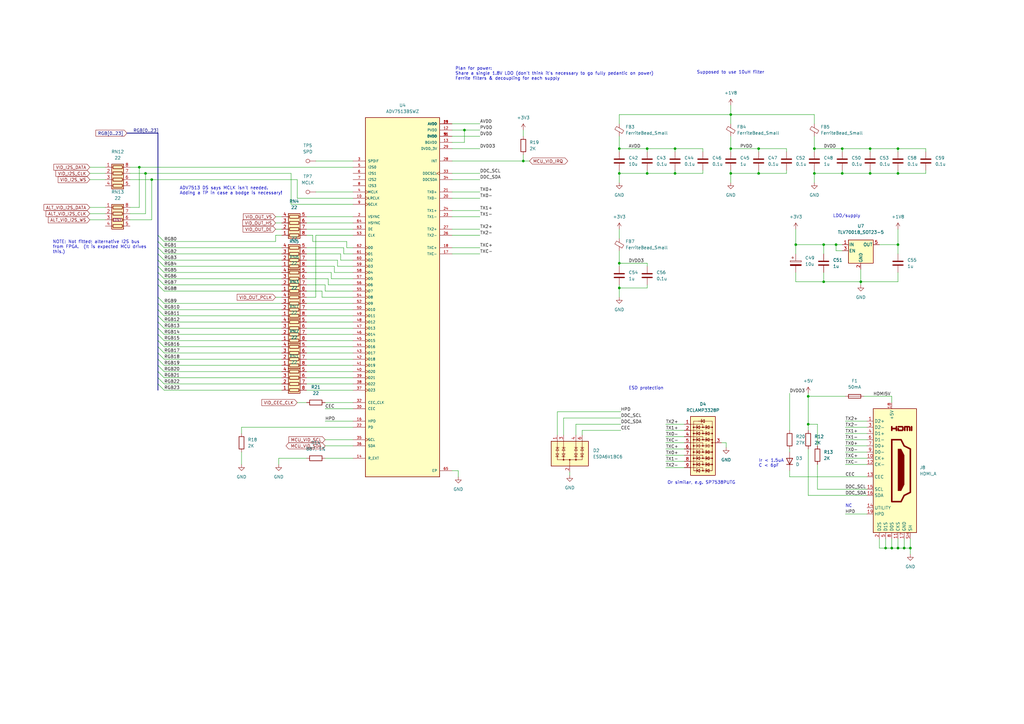
<source format=kicad_sch>
(kicad_sch (version 20211123) (generator eeschema)
  (paper "A3")
  (title_block (title "ArcDVI main board") (date "2022-06-18") (rev "1"))
  (lib_symbols
    (symbol "Connector:HDMI_A"
      (property "Reference" "J" (at -6.35 26.67 0))
      (property "Value" "HDMI_A" (at 10.16 26.67 0))
      (symbol "HDMI_A_1_1"
        (pin passive line (at -10.16 20.32 0) (length 2.54) (name "D2+") (number "1"))
        (pin passive line (at -10.16 5.08 0) (length 2.54) (name "CK+") (number "10"))
        (pin power_in line (at 2.54 -27.94 90) (length 2.54) (name "CKS") (number "11"))
        (pin passive line (at -10.16 2.54 0) (length 2.54) (name "CK-") (number "12"))
        (pin bidirectional line (at -10.16 -2.54 0) (length 2.54) (name "CEC") (number "13"))
        (pin passive line (at -10.16 -15.24 0) (length 2.54) (name "UTILITY") (number "14"))
        (pin passive line (at -10.16 -7.62 0) (length 2.54) (name "SCL") (number "15"))
        (pin bidirectional line (at -10.16 -10.16 0) (length 2.54) (name "SDA") (number "16"))
        (pin power_in line (at 5.08 -27.94 90) (length 2.54) (name "GND") (number "17"))
        (pin power_in line (at 0 27.94 270) (length 2.54) (name "+5V") (number "18"))
        (pin passive line (at -10.16 -17.78 0) (length 2.54) (name "HPD") (number "19"))
        (pin power_in line (at -5.08 -27.94 90) (length 2.54) (name "D2S") (number "2"))
        (pin passive line (at -10.16 17.78 0) (length 2.54) (name "D2-") (number "3"))
        (pin passive line (at -10.16 15.24 0) (length 2.54) (name "D1+") (number "4"))
        (pin power_in line (at -2.54 -27.94 90) (length 2.54) (name "D1S") (number "5"))
        (pin passive line (at -10.16 12.7 0) (length 2.54) (name "D1-") (number "6"))
        (pin passive line (at -10.16 10.16 0) (length 2.54) (name "D0+") (number "7"))
        (pin power_in line (at 0 -27.94 90) (length 2.54) (name "D0S") (number "8"))
        (pin passive line (at -10.16 7.62 0) (length 2.54) (name "D0-") (number "9"))
        (pin passive line (at 7.62 -27.94 90) (length 2.54) (name "SH") (number "SH"))
      )
    )
    (symbol "Connector:TestPoint" (pin_numbers hide) (pin_names (offset 0.762) hide)
      (property "Reference" "TP" (at 0 6.858 0))
      (property "Value" "TestPoint" (at 0 5.08 0))
      (symbol "TestPoint_1_1"
        (pin passive line (at 0 0 90) (length 2.54) (name "1") (number "1"))
      )
    )
    (symbol "Device:C" (pin_numbers hide) (pin_names (offset 0.254))
      (property "Reference" "C" (at 0.635 2.54 0))
      (property "Value" "C" (at 0.635 -2.54 0))
      (symbol "C_1_1"
        (pin passive line (at 0 3.81 270) (length 2.794) (name "~") (number "1"))
        (pin passive line (at 0 -3.81 90) (length 2.794) (name "~") (number "2"))
      )
    )
    (symbol "Device:C_Polarized" (pin_numbers hide) (pin_names (offset 0.254))
      (property "Reference" "C" (at 0.635 2.54 0))
      (property "Value" "C_Polarized" (at 0.635 -2.54 0))
      (symbol "C_Polarized_1_1"
        (pin passive line (at 0 3.81 270) (length 2.794) (name "~") (number "1"))
        (pin passive line (at 0 -3.81 90) (length 2.794) (name "~") (number "2"))
      )
    )
    (symbol "Device:D" (pin_numbers hide) (pin_names (offset 1.016) hide)
      (property "Reference" "D" (at 0 2.54 0))
      (property "Value" "D" (at 0 -2.54 0))
      (symbol "D_1_1"
        (pin passive line (at -3.81 0 0) (length 2.54) (name "K") (number "1"))
        (pin passive line (at 3.81 0 180) (length 2.54) (name "A") (number "2"))
      )
    )
    (symbol "Device:FerriteBead_Small" (pin_numbers hide) (pin_names (offset 0))
      (property "Reference" "FB" (at 1.905 1.27 0))
      (property "Value" "FerriteBead_Small" (at 1.905 -1.27 0))
      (symbol "FerriteBead_Small_1_1"
        (pin passive line (at 0 2.54 270) (length 1.27) (name "~") (number "1"))
        (pin passive line (at 0 -2.54 90) (length 1.27) (name "~") (number "2"))
      )
    )
    (symbol "Device:Fuse" (pin_numbers hide) (pin_names (offset 0))
      (property "Reference" "F" (at 2.032 0 90))
      (property "Value" "Fuse" (at -1.905 0 90))
      (symbol "Fuse_1_1"
        (pin passive line (at 0 3.81 270) (length 1.27) (name "~") (number "1"))
        (pin passive line (at 0 -3.81 90) (length 1.27) (name "~") (number "2"))
      )
    )
    (symbol "Device:R" (pin_numbers hide) (pin_names (offset 0))
      (property "Reference" "R" (at 2.032 0 90))
      (property "Value" "R" (at 0 0 90))
      (symbol "R_1_1"
        (pin passive line (at 0 3.81 270) (length 1.27) (name "~") (number "1"))
        (pin passive line (at 0 -3.81 90) (length 1.27) (name "~") (number "2"))
      )
    )
    (symbol "Device:R_Pack04" (pin_names (offset 0) hide)
      (property "Reference" "RN" (at -7.62 0 90))
      (property "Value" "R_Pack04" (at 5.08 0 90))
      (symbol "R_Pack04_1_1"
        (pin passive line (at -5.08 -5.08 90) (length 2.54) (name "R1.1") (number "1"))
        (pin passive line (at -2.54 -5.08 90) (length 2.54) (name "R2.1") (number "2"))
        (pin passive line (at 0 -5.08 90) (length 2.54) (name "R3.1") (number "3"))
        (pin passive line (at 2.54 -5.08 90) (length 2.54) (name "R4.1") (number "4"))
        (pin passive line (at 2.54 5.08 270) (length 2.54) (name "R4.2") (number "5"))
        (pin passive line (at 0 5.08 270) (length 2.54) (name "R3.2") (number "6"))
        (pin passive line (at -2.54 5.08 270) (length 2.54) (name "R2.2") (number "7"))
        (pin passive line (at -5.08 5.08 270) (length 2.54) (name "R1.2") (number "8"))
      )
    )
    (symbol "Power_Protection:ESDA6V1BC6" (pin_names hide)
      (property "Reference" "D" (at -2.54 -6.35 0))
      (property "Value" "ESDA6V1BC6" (at 1.27 -6.35 0))
      (symbol "ESDA6V1BC6_0_0"
        (pin passive line (at 0 -7.62 90) (length 2.54) (name "COM") (number "2"))
      )
      (symbol "ESDA6V1BC6_1_1"
        (pin passive line (at -5.08 7.62 270) (length 2.54) (name "TVS1") (number "1"))
        (pin passive line (at -2.54 7.62 270) (length 2.54) (name "TVS2") (number "3"))
        (pin passive line (at 2.54 7.62 270) (length 2.54) (name "TVS3") (number "4"))
        (pin passive line (at 0 -7.62 90) (length 2.54) hide (name "COM") (number "5"))
        (pin passive line (at 5.08 7.62 270) (length 2.54) (name "TVS4") (number "6"))
      )
    )
    (symbol "Power_Protection:RCLAMP3328P" (pin_names hide)
      (property "Reference" "D" (at 13.97 2.54 0))
      (property "Value" "RCLAMP3328P" (at 13.97 0.635 0))
      (symbol "RCLAMP3328P_0_0"
        (pin passive line (at 0 -7.62 90) (length 2.54) (name "A") (number "3"))
      )
      (symbol "RCLAMP3328P_1_1"
        (pin passive line (at -7.62 7.62 270) (length 2.54) (name "K1") (number "1"))
        (pin passive line (at -5.08 7.62 270) (length 2.54) (name "K2") (number "2"))
        (pin passive line (at -2.54 7.62 270) (length 2.54) (name "K3") (number "4"))
        (pin passive line (at 0 7.62 270) (length 2.54) (name "K4") (number "5"))
        (pin passive line (at 2.54 7.62 270) (length 2.54) (name "K5") (number "6"))
        (pin passive line (at 5.08 7.62 270) (length 2.54) (name "K6") (number "7"))
        (pin passive line (at 7.62 7.62 270) (length 2.54) (name "K7") (number "8"))
        (pin passive line (at 10.16 7.62 270) (length 2.54) (name "K8") (number "9"))
      )
    )
    (symbol "Regulator_Linear:TLV70018_SOT23-5" (pin_names (offset 0.254))
      (property "Reference" "U" (at -3.81 5.715 0))
      (property "Value" "TLV70018_SOT23-5" (at 0 5.715 0))
      (symbol "TLV70018_SOT23-5_1_1"
        (pin power_in line (at -7.62 2.54 0) (length 2.54) (name "IN") (number "1"))
        (pin power_in line (at 0 -7.62 90) (length 2.54) (name "GND") (number "2"))
        (pin input line (at -7.62 0 0) (length 2.54) (name "EN") (number "3"))
        (pin no_connect line (at 5.08 0 180) (length 2.54) hide (name "NC") (number "4"))
        (pin power_out line (at 7.62 2.54 180) (length 2.54) (name "OUT") (number "5"))
      )
    )
    (symbol "matt:ADV7513BSWZ" (pin_names (offset 1.016))
      (property "Reference" "U" (at -15.24 73.66 0))
      (property "Value" "ADV7513BSWZ" (at -15.24 -76.2 0))
      (symbol "ADV7513BSWZ_0_0"
        (pin power_in line (at 20.32 66.04 180) (length 5.08) (name "DVDD") (number "1"))
        (pin input clock (at -20.32 40.64 0) (length 5.08) (name "LRCLK") (number "10"))
        (pin power_in line (at 20.32 66.04 180) (length 5.08) (name "DVDD") (number "11"))
        (pin power_in line (at 20.32 68.58 180) (length 5.08) (name "PVDD") (number "12"))
        (pin power_in line (at 20.32 63.5 180) (length 5.08) (name "BGVDD") (number "13"))
        (pin bidirectional line (at -20.32 -66.04 0) (length 5.08) (name "R_EXT") (number "14"))
        (pin power_in line (at 20.32 71.12 180) (length 5.08) (name "AVDD") (number "15"))
        (pin input line (at -20.32 -50.8 0) (length 5.08) (name "HPD") (number "16"))
        (pin output line (at 20.32 17.78 180) (length 5.08) (name "TXC−") (number "17"))
        (pin output line (at 20.32 20.32 180) (length 5.08) (name "TXC+") (number "18"))
        (pin power_in line (at 20.32 71.12 180) (length 5.08) (name "AVDD") (number "19"))
        (pin input line (at -20.32 33.02 0) (length 5.08) (name "VSYNC") (number "2"))
        (pin output line (at 20.32 40.64 180) (length 5.08) (name "TX0−") (number "20"))
        (pin output line (at 20.32 43.18 180) (length 5.08) (name "TX0+") (number "21"))
        (pin input line (at -20.32 -53.34 0) (length 5.08) (name "PD") (number "22"))
        (pin output line (at 20.32 33.02 180) (length 5.08) (name "TX1−") (number "23"))
        (pin output line (at 20.32 35.56 180) (length 5.08) (name "TX1+") (number "24"))
        (pin power_in line (at 20.32 71.12 180) (length 5.08) (name "AVDD") (number "25"))
        (pin output line (at 20.32 25.4 180) (length 5.08) (name "TX2−") (number "26"))
        (pin output line (at 20.32 27.94 180) (length 5.08) (name "TX2+") (number "27"))
        (pin output line (at 20.32 55.88 180) (length 5.08) (name "INT") (number "28"))
        (pin power_in line (at 20.32 60.96 180) (length 5.08) (name "DVDD_3V") (number "29"))
        (pin input line (at -20.32 55.88 0) (length 5.08) (name "SPDIF") (number "3"))
        (pin bidirectional line (at -20.32 -45.72 0) (length 5.08) (name "CEC") (number "30"))
        (pin power_in line (at 20.32 66.04 180) (length 5.08) (name "DVDD") (number "31"))
        (pin input line (at -20.32 -43.18 0) (length 5.08) (name "CEC_CLK") (number "32"))
        (pin output clock (at 20.32 50.8 180) (length 5.08) (name "DDCSCL") (number "33"))
        (pin bidirectional line (at 20.32 48.26 180) (length 5.08) (name "DDCSDA") (number "34"))
        (pin input clock (at -20.32 -58.42 0) (length 5.08) (name "SCL") (number "35"))
        (pin bidirectional line (at -20.32 -60.96 0) (length 5.08) (name "SDA") (number "36"))
        (pin input clock (at -20.32 -38.1 0) (length 5.08) (name "D23") (number "37"))
        (pin input clock (at -20.32 -35.56 0) (length 5.08) (name "D22") (number "38"))
        (pin input clock (at -20.32 -33.02 0) (length 5.08) (name "D21") (number "39"))
        (pin input clock (at -20.32 43.18 0) (length 5.08) (name "MCLK") (number "4"))
        (pin input clock (at -20.32 -30.48 0) (length 5.08) (name "D20") (number "40"))
        (pin input clock (at -20.32 -27.94 0) (length 5.08) (name "D19") (number "41"))
        (pin input clock (at -20.32 -25.4 0) (length 5.08) (name "D18") (number "42"))
        (pin input clock (at -20.32 -22.86 0) (length 5.08) (name "D17") (number "43"))
        (pin input clock (at -20.32 -20.32 0) (length 5.08) (name "D16") (number "44"))
        (pin input clock (at -20.32 -17.78 0) (length 5.08) (name "D15") (number "45"))
        (pin input clock (at -20.32 -15.24 0) (length 5.08) (name "D14") (number "46"))
        (pin input clock (at -20.32 -12.7 0) (length 5.08) (name "D13") (number "47"))
        (pin input clock (at -20.32 -10.16 0) (length 5.08) (name "D12") (number "48"))
        (pin input clock (at -20.32 -7.62 0) (length 5.08) (name "D11") (number "49"))
        (pin input line (at -20.32 53.34 0) (length 5.08) (name "I2S0") (number "5"))
        (pin input clock (at -20.32 -5.08 0) (length 5.08) (name "D10") (number "50"))
        (pin power_in line (at 20.32 66.04 180) (length 5.08) (name "DVDD") (number "51"))
        (pin input clock (at -20.32 -2.54 0) (length 5.08) (name "D9") (number "52"))
        (pin input line (at -20.32 25.4 0) (length 5.08) (name "CLK") (number "53"))
        (pin input clock (at -20.32 0 0) (length 5.08) (name "D8") (number "54"))
        (pin input clock (at -20.32 2.54 0) (length 5.08) (name "D7") (number "55"))
        (pin input clock (at -20.32 5.08 0) (length 5.08) (name "D6") (number "56"))
        (pin input clock (at -20.32 7.62 0) (length 5.08) (name "D5") (number "57"))
        (pin input clock (at -20.32 10.16 0) (length 5.08) (name "D4") (number "58"))
        (pin input clock (at -20.32 12.7 0) (length 5.08) (name "D3") (number "59"))
        (pin input line (at -20.32 50.8 0) (length 5.08) (name "I2S1") (number "6"))
        (pin input clock (at -20.32 15.24 0) (length 5.08) (name "D2") (number "60"))
        (pin input clock (at -20.32 17.78 0) (length 5.08) (name "D1") (number "61"))
        (pin input clock (at -20.32 20.32 0) (length 5.08) (name "D0") (number "62"))
        (pin input line (at -20.32 27.94 0) (length 5.08) (name "DE") (number "63"))
        (pin input line (at -20.32 30.48 0) (length 5.08) (name "HSYNC") (number "64"))
        (pin power_in line (at 20.32 -71.12 180) (length 5.08) (name "EP") (number "65"))
        (pin input line (at -20.32 48.26 0) (length 5.08) (name "I2S2") (number "7"))
        (pin input line (at -20.32 45.72 0) (length 5.08) (name "I2S3") (number "8"))
        (pin input clock (at -20.32 38.1 0) (length 5.08) (name "SCLK") (number "9"))
      )
    )
    (symbol "power:+1V8" (power) (pin_names (offset 0))
      (property "Value" "+1V8" (at 0 3.556 0))
      (symbol "+1V8_1_1"
        (pin power_in line (at 0 0 90) (length 0) hide (name "+1V8") (number "1"))
      )
    )
    (symbol "power:+3.3V" (power) (pin_names (offset 0))
      (property "Value" "+3.3V" (at 0 3.556 0))
      (symbol "+3.3V_1_1"
        (pin power_in line (at 0 0 90) (length 0) hide (name "+3V3") (number "1"))
      )
    )
    (symbol "power:+5V" (power) (pin_names (offset 0))
      (property "Value" "+5V" (at 0 3.556 0))
      (symbol "+5V_1_1"
        (pin power_in line (at 0 0 90) (length 0) hide (name "+5V") (number "1"))
      )
    )
    (symbol "power:GND" (power) (pin_names (offset 0))
      (property "Value" "GND" (at 0 -3.81 0))
      (symbol "GND_1_1"
        (pin power_in line (at 0 0 270) (length 0) hide (name "GND") (number "1"))
      )
    )
  )
  (junction (at 326.39 100.33))
  (junction (at 265.43 71.12))
  (junction (at 368.3 224.79))
  (junction (at 334.01 71.12))
  (junction (at 342.9 100.33))
  (junction (at 62.23 73.66))
  (junction (at 356.87 71.12))
  (junction (at 365.76 224.79))
  (junction (at 214.63 66.04))
  (junction (at 363.22 224.79))
  (junction (at 356.87 60.96))
  (junction (at 311.15 71.12))
  (junction (at 311.15 60.96))
  (junction (at 370.84 224.79))
  (junction (at 337.82 115.57))
  (junction (at 265.43 60.96))
  (junction (at 299.72 60.96))
  (junction (at 337.82 100.33))
  (junction (at 254 71.12))
  (junction (at 353.06 115.57))
  (junction (at 276.86 60.96))
  (junction (at 345.44 71.12))
  (junction (at 334.01 60.96))
  (junction (at 254 118.11))
  (junction (at 254 107.95))
  (junction (at 57.15 68.58))
  (junction (at 331.47 162.56))
  (junction (at 299.72 71.12))
  (junction (at 59.69 71.12))
  (junction (at 368.3 71.12))
  (junction (at 190.5 53.34))
  (junction (at 368.3 60.96))
  (junction (at 254 60.96))
  (junction (at 276.86 71.12))
  (junction (at 331.47 173.99))
  (junction (at 345.44 60.96))
  (junction (at 299.72 46.99))
  (junction (at 368.3 100.33))
  (junction (at 373.38 224.79))
  (bus_entry (at 64.77 127) (size 2.54 2.54))
  (bus_entry (at 64.77 101.6) (size 2.54 2.54))
  (bus_entry (at 64.77 111.76) (size 2.54 2.54))
  (bus_entry (at 64.77 114.3) (size 2.54 2.54))
  (bus_entry (at 64.77 109.22) (size 2.54 2.54))
  (bus_entry (at 64.77 99.06) (size 2.54 2.54))
  (bus_entry (at 64.77 149.86) (size 2.54 2.54))
  (bus_entry (at 64.77 132.08) (size 2.54 2.54))
  (bus_entry (at 64.77 129.54) (size 2.54 2.54))
  (bus_entry (at 64.77 124.46) (size 2.54 2.54))
  (bus_entry (at 64.77 152.4) (size 2.54 2.54))
  (bus_entry (at 64.77 116.84) (size 2.54 2.54))
  (bus_entry (at 64.77 154.94) (size 2.54 2.54))
  (bus_entry (at 64.77 104.14) (size 2.54 2.54))
  (bus_entry (at 64.77 157.48) (size 2.54 2.54))
  (bus_entry (at 64.77 106.68) (size 2.54 2.54))
  (bus_entry (at 64.77 147.32) (size 2.54 2.54))
  (bus_entry (at 64.77 134.62) (size 2.54 2.54))
  (bus_entry (at 64.77 142.24) (size 2.54 2.54))
  (bus_entry (at 64.77 137.16) (size 2.54 2.54))
  (bus_entry (at 64.77 96.52) (size 2.54 2.54))
  (bus_entry (at 64.77 144.78) (size 2.54 2.54))
  (bus_entry (at 64.77 139.7) (size 2.54 2.54))
  (bus_entry (at 64.77 121.92) (size 2.54 2.54))
  (wire (pts (xy 365.76 162.56) (xy 365.76 165.1)))
  (wire (pts (xy 125.73 157.48) (xy 144.78 157.48)))
  (wire (pts (xy 331.47 173.99) (xy 331.47 176.53)))
  (wire (pts (xy 144.78 187.96) (xy 133.35 187.96)))
  (wire (pts (xy 137.16 109.22) (xy 137.16 111.76)))
  (wire (pts (xy 67.31 116.84) (xy 115.57 116.84)))
  (wire (pts (xy 125.73 154.94) (xy 144.78 154.94)))
  (wire (pts (xy 133.35 119.38) (xy 144.78 119.38)))
  (bus (pts (xy 64.77 144.78) (xy 64.77 147.32)))
  (bus (pts (xy 64.77 109.22) (xy 64.77 111.76)))
  (wire (pts (xy 311.15 71.12) (xy 299.72 71.12)))
  (wire (pts (xy 113.03 121.92) (xy 115.57 121.92)))
  (wire (pts (xy 346.71 180.34) (xy 355.6 180.34)))
  (wire (pts (xy 368.3 220.98) (xy 368.3 224.79)))
  (wire (pts (xy 273.05 189.23) (xy 280.67 189.23)))
  (wire (pts (xy 113.03 96.52) (xy 113.03 99.06)))
  (wire (pts (xy 337.82 115.57) (xy 353.06 115.57)))
  (wire (pts (xy 353.06 115.57) (xy 353.06 116.84)))
  (wire (pts (xy 67.31 127) (xy 115.57 127)))
  (wire (pts (xy 121.92 165.1) (xy 125.73 165.1)))
  (wire (pts (xy 125.73 132.08) (xy 144.78 132.08)))
  (wire (pts (xy 342.9 100.33) (xy 345.44 100.33)))
  (wire (pts (xy 331.47 161.29) (xy 331.47 162.56)))
  (wire (pts (xy 311.15 69.85) (xy 311.15 71.12)))
  (wire (pts (xy 265.43 60.96) (xy 265.43 62.23)))
  (wire (pts (xy 363.22 220.98) (xy 363.22 224.79)))
  (wire (pts (xy 67.31 124.46) (xy 115.57 124.46)))
  (wire (pts (xy 360.68 224.79) (xy 363.22 224.79)))
  (wire (pts (xy 311.15 60.96) (xy 311.15 62.23)))
  (wire (pts (xy 113.03 93.98) (xy 115.57 93.98)))
  (wire (pts (xy 67.31 160.02) (xy 115.57 160.02)))
  (wire (pts (xy 335.28 173.99) (xy 335.28 182.88)))
  (bus (pts (xy 64.77 99.06) (xy 64.77 101.6)))
  (wire (pts (xy 67.31 137.16) (xy 115.57 137.16)))
  (bus (pts (xy 52.07 54.61) (xy 64.77 54.61)))
  (wire (pts (xy 144.78 180.34) (xy 133.35 180.34)))
  (wire (pts (xy 299.72 60.96) (xy 299.72 62.23)))
  (wire (pts (xy 335.28 190.5) (xy 335.28 200.66)))
  (wire (pts (xy 356.87 69.85) (xy 356.87 71.12)))
  (wire (pts (xy 331.47 203.2) (xy 355.6 203.2)))
  (wire (pts (xy 299.72 46.99) (xy 299.72 43.18)))
  (wire (pts (xy 322.58 71.12) (xy 311.15 71.12)))
  (wire (pts (xy 185.42 101.6) (xy 196.85 101.6)))
  (wire (pts (xy 125.73 116.84) (xy 133.35 116.84)))
  (wire (pts (xy 67.31 152.4) (xy 115.57 152.4)))
  (wire (pts (xy 125.73 88.9) (xy 144.78 88.9)))
  (wire (pts (xy 295.91 181.61) (xy 297.815 181.61)))
  (wire (pts (xy 299.72 71.12) (xy 299.72 74.93)))
  (wire (pts (xy 373.38 220.98) (xy 373.38 224.79)))
  (wire (pts (xy 334.01 50.8) (xy 334.01 46.99)))
  (wire (pts (xy 99.06 190.5) (xy 99.06 185.42)))
  (wire (pts (xy 334.01 46.99) (xy 299.72 46.99)))
  (wire (pts (xy 36.83 85.09) (xy 43.18 85.09)))
  (wire (pts (xy 297.815 181.61) (xy 297.815 183.515)))
  (wire (pts (xy 346.71 182.88) (xy 355.6 182.88)))
  (wire (pts (xy 134.62 114.3) (xy 134.62 116.84)))
  (wire (pts (xy 133.35 167.64) (xy 144.78 167.64)))
  (bus (pts (xy 64.77 147.32) (xy 64.77 149.86)))
  (wire (pts (xy 233.68 194.945) (xy 233.68 193.675)))
  (wire (pts (xy 368.3 224.79) (xy 370.84 224.79)))
  (wire (pts (xy 345.44 71.12) (xy 356.87 71.12)))
  (wire (pts (xy 125.73 96.52) (xy 128.27 96.52)))
  (wire (pts (xy 299.72 55.88) (xy 299.72 60.96)))
  (wire (pts (xy 326.39 100.33) (xy 326.39 93.98)))
  (wire (pts (xy 133.35 172.72) (xy 144.78 172.72)))
  (wire (pts (xy 265.43 107.95) (xy 265.43 109.22)))
  (wire (pts (xy 363.22 224.79) (xy 365.76 224.79)))
  (wire (pts (xy 67.31 139.7) (xy 115.57 139.7)))
  (bus (pts (xy 64.77 129.54) (xy 64.77 132.08)))
  (wire (pts (xy 288.29 69.85) (xy 288.29 71.12)))
  (wire (pts (xy 228.6 168.91) (xy 254.635 168.91)))
  (wire (pts (xy 53.34 68.58) (xy 57.15 68.58)))
  (wire (pts (xy 360.68 100.33) (xy 368.3 100.33)))
  (wire (pts (xy 125.73 144.78) (xy 144.78 144.78)))
  (wire (pts (xy 53.34 85.09) (xy 57.15 85.09)))
  (wire (pts (xy 254 50.8) (xy 254 46.99)))
  (wire (pts (xy 265.43 69.85) (xy 265.43 71.12)))
  (wire (pts (xy 185.42 81.28) (xy 196.85 81.28)))
  (wire (pts (xy 125.73 119.38) (xy 132.08 119.38)))
  (wire (pts (xy 36.83 73.66) (xy 43.18 73.66)))
  (wire (pts (xy 67.31 104.14) (xy 115.57 104.14)))
  (wire (pts (xy 288.29 62.23) (xy 288.29 60.96)))
  (wire (pts (xy 331.47 162.56) (xy 346.71 162.56)))
  (wire (pts (xy 121.92 81.28) (xy 121.92 73.66)))
  (wire (pts (xy 345.44 60.96) (xy 345.44 62.23)))
  (wire (pts (xy 322.58 69.85) (xy 322.58 71.12)))
  (wire (pts (xy 346.71 177.8) (xy 355.6 177.8)))
  (wire (pts (xy 334.01 55.88) (xy 334.01 60.96)))
  (wire (pts (xy 36.83 68.58) (xy 43.18 68.58)))
  (wire (pts (xy 125.73 137.16) (xy 144.78 137.16)))
  (wire (pts (xy 113.03 88.9) (xy 115.57 88.9)))
  (wire (pts (xy 346.71 210.82) (xy 355.6 210.82)))
  (wire (pts (xy 370.84 224.79) (xy 373.38 224.79)))
  (bus (pts (xy 64.77 96.52) (xy 64.77 99.06)))
  (wire (pts (xy 137.16 111.76) (xy 144.78 111.76)))
  (wire (pts (xy 67.31 119.38) (xy 115.57 119.38)))
  (wire (pts (xy 133.35 165.1) (xy 144.78 165.1)))
  (wire (pts (xy 265.43 60.96) (xy 254 60.96)))
  (bus (pts (xy 64.77 142.24) (xy 64.77 144.78)))
  (wire (pts (xy 125.73 152.4) (xy 144.78 152.4)))
  (wire (pts (xy 254 69.85) (xy 254 71.12)))
  (wire (pts (xy 345.44 71.12) (xy 334.01 71.12)))
  (wire (pts (xy 368.3 71.12) (xy 379.73 71.12)))
  (wire (pts (xy 379.73 62.23) (xy 379.73 60.96)))
  (wire (pts (xy 144.78 96.52) (xy 129.54 96.52)))
  (wire (pts (xy 254 118.11) (xy 254 121.92)))
  (wire (pts (xy 140.97 104.14) (xy 144.78 104.14)))
  (bus (pts (xy 64.77 157.48) (xy 64.77 160.02)))
  (wire (pts (xy 138.43 106.68) (xy 138.43 109.22)))
  (wire (pts (xy 125.73 114.3) (xy 134.62 114.3)))
  (wire (pts (xy 265.43 107.95) (xy 254 107.95)))
  (wire (pts (xy 140.97 101.6) (xy 140.97 104.14)))
  (wire (pts (xy 67.31 144.78) (xy 115.57 144.78)))
  (wire (pts (xy 379.73 69.85) (xy 379.73 71.12)))
  (wire (pts (xy 185.42 104.14) (xy 196.85 104.14)))
  (bus (pts (xy 64.77 114.3) (xy 64.77 116.84)))
  (wire (pts (xy 345.44 69.85) (xy 345.44 71.12)))
  (wire (pts (xy 185.42 73.66) (xy 196.85 73.66)))
  (wire (pts (xy 254 60.96) (xy 254 62.23)))
  (wire (pts (xy 125.73 134.62) (xy 144.78 134.62)))
  (wire (pts (xy 142.24 99.06) (xy 142.24 101.6)))
  (wire (pts (xy 99.06 175.26) (xy 99.06 177.8)))
  (wire (pts (xy 125.73 142.24) (xy 144.78 142.24)))
  (wire (pts (xy 273.05 176.53) (xy 280.67 176.53)))
  (wire (pts (xy 185.42 193.04) (xy 187.96 193.04)))
  (wire (pts (xy 128.27 99.06) (xy 142.24 99.06)))
  (wire (pts (xy 228.6 168.91) (xy 228.6 178.435)))
  (wire (pts (xy 346.71 172.72) (xy 355.6 172.72)))
  (bus (pts (xy 64.77 127) (xy 64.77 129.54)))
  (wire (pts (xy 125.73 104.14) (xy 139.7 104.14)))
  (wire (pts (xy 185.42 93.98) (xy 196.85 93.98)))
  (wire (pts (xy 273.05 173.99) (xy 280.67 173.99)))
  (wire (pts (xy 67.31 149.86) (xy 115.57 149.86)))
  (wire (pts (xy 62.23 73.66) (xy 62.23 90.17)))
  (wire (pts (xy 346.71 175.26) (xy 355.6 175.26)))
  (wire (pts (xy 36.83 71.12) (xy 43.18 71.12)))
  (wire (pts (xy 36.83 90.17) (xy 43.18 90.17)))
  (wire (pts (xy 59.69 71.12) (xy 59.69 87.63)))
  (wire (pts (xy 125.73 106.68) (xy 138.43 106.68)))
  (wire (pts (xy 67.31 129.54) (xy 115.57 129.54)))
  (wire (pts (xy 185.42 53.34) (xy 190.5 53.34)))
  (wire (pts (xy 254 116.84) (xy 254 118.11)))
  (wire (pts (xy 67.31 101.6) (xy 115.57 101.6)))
  (wire (pts (xy 280.67 186.69) (xy 273.05 186.69)))
  (wire (pts (xy 265.43 118.11) (xy 254 118.11)))
  (wire (pts (xy 135.89 114.3) (xy 144.78 114.3)))
  (wire (pts (xy 335.28 200.66) (xy 355.6 200.66)))
  (wire (pts (xy 185.42 96.52) (xy 196.85 96.52)))
  (wire (pts (xy 346.71 187.96) (xy 355.6 187.96)))
  (bus (pts (xy 64.77 101.6) (xy 64.77 104.14)))
  (wire (pts (xy 368.3 100.33) (xy 368.3 104.14)))
  (wire (pts (xy 276.86 69.85) (xy 276.86 71.12)))
  (wire (pts (xy 326.39 100.33) (xy 326.39 104.14)))
  (wire (pts (xy 67.31 134.62) (xy 115.57 134.62)))
  (wire (pts (xy 345.44 102.87) (xy 342.9 102.87)))
  (wire (pts (xy 273.05 179.07) (xy 280.67 179.07)))
  (wire (pts (xy 345.44 60.96) (xy 334.01 60.96)))
  (bus (pts (xy 64.77 137.16) (xy 64.77 139.7)))
  (bus (pts (xy 64.77 149.86) (xy 64.77 152.4)))
  (wire (pts (xy 185.42 50.8) (xy 196.85 50.8)))
  (bus (pts (xy 64.77 132.08) (xy 64.77 134.62)))
  (wire (pts (xy 53.34 73.66) (xy 62.23 73.66)))
  (wire (pts (xy 125.73 109.22) (xy 137.16 109.22)))
  (wire (pts (xy 353.06 110.49) (xy 353.06 115.57)))
  (bus (pts (xy 64.77 116.84) (xy 64.77 121.92)))
  (wire (pts (xy 144.78 182.88) (xy 133.35 182.88)))
  (wire (pts (xy 368.3 60.96) (xy 356.87 60.96)))
  (wire (pts (xy 144.78 81.28) (xy 121.92 81.28)))
  (wire (pts (xy 238.76 176.53) (xy 238.76 178.435)))
  (wire (pts (xy 254 46.99) (xy 299.72 46.99)))
  (wire (pts (xy 62.23 73.66) (xy 121.92 73.66)))
  (wire (pts (xy 331.47 173.99) (xy 335.28 173.99)))
  (bus (pts (xy 64.77 154.94) (xy 64.77 157.48)))
  (wire (pts (xy 265.43 71.12) (xy 276.86 71.12)))
  (wire (pts (xy 331.47 162.56) (xy 331.47 173.99)))
  (wire (pts (xy 67.31 111.76) (xy 115.57 111.76)))
  (wire (pts (xy 134.62 116.84) (xy 144.78 116.84)))
  (wire (pts (xy 125.73 101.6) (xy 140.97 101.6)))
  (wire (pts (xy 129.54 96.52) (xy 129.54 121.92)))
  (bus (pts (xy 64.77 134.62) (xy 64.77 137.16)))
  (wire (pts (xy 67.31 99.06) (xy 113.03 99.06)))
  (wire (pts (xy 185.42 88.9) (xy 196.85 88.9)))
  (wire (pts (xy 57.15 68.58) (xy 57.15 85.09)))
  (wire (pts (xy 360.68 220.98) (xy 360.68 224.79)))
  (wire (pts (xy 368.3 100.33) (xy 368.3 93.98)))
  (wire (pts (xy 238.76 176.53) (xy 254.635 176.53)))
  (wire (pts (xy 67.31 114.3) (xy 115.57 114.3)))
  (wire (pts (xy 365.76 224.79) (xy 368.3 224.79)))
  (wire (pts (xy 276.86 60.96) (xy 276.86 62.23)))
  (wire (pts (xy 334.01 71.12) (xy 334.01 74.93)))
  (wire (pts (xy 276.86 71.12) (xy 288.29 71.12)))
  (wire (pts (xy 187.96 193.04) (xy 187.96 195.58)))
  (bus (pts (xy 64.77 104.14) (xy 64.77 106.68)))
  (wire (pts (xy 254 71.12) (xy 254 74.93)))
  (wire (pts (xy 326.39 111.76) (xy 326.39 115.57)))
  (wire (pts (xy 135.89 111.76) (xy 135.89 114.3)))
  (wire (pts (xy 67.31 109.22) (xy 115.57 109.22)))
  (wire (pts (xy 53.34 71.12) (xy 59.69 71.12)))
  (wire (pts (xy 356.87 60.96) (xy 356.87 62.23)))
  (bus (pts (xy 64.77 121.92) (xy 64.77 124.46)))
  (wire (pts (xy 273.05 184.15) (xy 280.67 184.15)))
  (wire (pts (xy 254 107.95) (xy 254 109.22)))
  (wire (pts (xy 62.23 90.17) (xy 53.34 90.17)))
  (wire (pts (xy 125.73 91.44) (xy 144.78 91.44)))
  (wire (pts (xy 125.73 111.76) (xy 135.89 111.76)))
  (wire (pts (xy 265.43 116.84) (xy 265.43 118.11)))
  (wire (pts (xy 354.33 162.56) (xy 365.76 162.56)))
  (wire (pts (xy 231.14 171.45) (xy 231.14 178.435)))
  (wire (pts (xy 185.42 71.12) (xy 196.85 71.12)))
  (wire (pts (xy 342.9 102.87) (xy 342.9 100.33)))
  (wire (pts (xy 144.78 175.26) (xy 99.06 175.26)))
  (wire (pts (xy 331.47 184.15) (xy 331.47 203.2)))
  (wire (pts (xy 113.03 91.44) (xy 115.57 91.44)))
  (bus (pts (xy 64.77 111.76) (xy 64.77 114.3)))
  (wire (pts (xy 346.71 190.5) (xy 355.6 190.5)))
  (wire (pts (xy 214.63 55.88) (xy 214.63 53.34)))
  (wire (pts (xy 125.73 149.86) (xy 144.78 149.86)))
  (wire (pts (xy 125.73 160.02) (xy 144.78 160.02)))
  (wire (pts (xy 323.85 184.15) (xy 323.85 185.42)))
  (wire (pts (xy 299.72 69.85) (xy 299.72 71.12)))
  (wire (pts (xy 214.63 63.5) (xy 214.63 66.04)))
  (wire (pts (xy 133.35 116.84) (xy 133.35 119.38)))
  (wire (pts (xy 265.43 71.12) (xy 254 71.12)))
  (wire (pts (xy 254.635 171.45) (xy 231.14 171.45)))
  (wire (pts (xy 115.57 96.52) (xy 113.03 96.52)))
  (wire (pts (xy 337.82 111.76) (xy 337.82 115.57)))
  (wire (pts (xy 125.73 187.96) (xy 114.3 187.96)))
  (wire (pts (xy 356.87 60.96) (xy 345.44 60.96)))
  (wire (pts (xy 125.73 124.46) (xy 144.78 124.46)))
  (wire (pts (xy 346.71 185.42) (xy 355.6 185.42)))
  (wire (pts (xy 53.34 87.63) (xy 59.69 87.63)))
  (wire (pts (xy 67.31 142.24) (xy 115.57 142.24)))
  (wire (pts (xy 142.24 101.6) (xy 144.78 101.6)))
  (wire (pts (xy 57.15 68.58) (xy 144.78 68.58)))
  (wire (pts (xy 353.06 115.57) (xy 368.3 115.57)))
  (wire (pts (xy 36.83 87.63) (xy 43.18 87.63)))
  (wire (pts (xy 185.42 78.74) (xy 196.85 78.74)))
  (wire (pts (xy 323.85 161.29) (xy 323.85 176.53)))
  (wire (pts (xy 190.5 58.42) (xy 190.5 53.34)))
  (wire (pts (xy 334.01 69.85) (xy 334.01 71.12)))
  (wire (pts (xy 265.43 60.96) (xy 276.86 60.96)))
  (wire (pts (xy 337.82 100.33) (xy 326.39 100.33)))
  (wire (pts (xy 132.08 121.92) (xy 144.78 121.92)))
  (wire (pts (xy 185.42 55.88) (xy 196.85 55.88)))
  (wire (pts (xy 129.54 78.74) (xy 144.78 78.74)))
  (wire (pts (xy 368.3 111.76) (xy 368.3 115.57)))
  (bus (pts (xy 64.77 106.68) (xy 64.77 109.22)))
  (wire (pts (xy 67.31 106.68) (xy 115.57 106.68)))
  (wire (pts (xy 273.05 191.77) (xy 280.67 191.77)))
  (wire (pts (xy 139.7 104.14) (xy 139.7 106.68)))
  (wire (pts (xy 373.38 224.79) (xy 373.38 227.33)))
  (wire (pts (xy 125.73 127) (xy 144.78 127)))
  (wire (pts (xy 370.84 220.98) (xy 370.84 224.79)))
  (wire (pts (xy 254 97.79) (xy 254 93.98)))
  (wire (pts (xy 67.31 132.08) (xy 115.57 132.08)))
  (wire (pts (xy 276.86 60.96) (xy 288.29 60.96)))
  (wire (pts (xy 185.42 60.96) (xy 196.85 60.96)))
  (wire (pts (xy 132.08 119.38) (xy 132.08 121.92)))
  (wire (pts (xy 368.3 69.85) (xy 368.3 71.12)))
  (wire (pts (xy 125.73 139.7) (xy 144.78 139.7)))
  (wire (pts (xy 125.73 129.54) (xy 144.78 129.54)))
  (wire (pts (xy 273.05 181.61) (xy 280.67 181.61)))
  (wire (pts (xy 185.42 66.04) (xy 214.63 66.04)))
  (wire (pts (xy 299.72 46.99) (xy 299.72 50.8)))
  (wire (pts (xy 323.85 195.58) (xy 355.6 195.58)))
  (wire (pts (xy 59.69 71.12) (xy 119.38 71.12)))
  (wire (pts (xy 129.54 121.92) (xy 125.73 121.92)))
  (wire (pts (xy 128.27 96.52) (xy 128.27 99.06)))
  (wire (pts (xy 337.82 100.33) (xy 337.82 104.14)))
  (wire (pts (xy 254 55.88) (xy 254 60.96)))
  (wire (pts (xy 311.15 60.96) (xy 299.72 60.96)))
  (bus (pts (xy 64.77 124.46) (xy 64.77 127)))
  (wire (pts (xy 138.43 109.22) (xy 144.78 109.22)))
  (wire (pts (xy 254 102.87) (xy 254 107.95)))
  (wire (pts (xy 144.78 83.82) (xy 119.38 83.82)))
  (wire (pts (xy 125.73 147.32) (xy 144.78 147.32)))
  (wire (pts (xy 236.22 173.99) (xy 236.22 178.435)))
  (wire (pts (xy 323.85 193.04) (xy 323.85 195.58)))
  (wire (pts (xy 129.54 66.04) (xy 144.78 66.04)))
  (wire (pts (xy 185.42 86.36) (xy 196.85 86.36)))
  (bus (pts (xy 64.77 54.61) (xy 64.77 96.52)))
  (wire (pts (xy 356.87 71.12) (xy 368.3 71.12)))
  (wire (pts (xy 322.58 62.23) (xy 322.58 60.96)))
  (wire (pts (xy 190.5 53.34) (xy 196.85 53.34)))
  (wire (pts (xy 67.31 154.94) (xy 115.57 154.94)))
  (wire (pts (xy 185.42 58.42) (xy 190.5 58.42)))
  (wire (pts (xy 119.38 83.82) (xy 119.38 71.12)))
  (wire (pts (xy 139.7 106.68) (xy 144.78 106.68)))
  (wire (pts (xy 214.63 66.04) (xy 217.17 66.04)))
  (wire (pts (xy 379.73 60.96) (xy 368.3 60.96)))
  (wire (pts (xy 334.01 60.96) (xy 334.01 62.23)))
  (wire (pts (xy 125.73 93.98) (xy 144.78 93.98)))
  (wire (pts (xy 368.3 60.96) (xy 368.3 62.23)))
  (wire (pts (xy 236.22 173.99) (xy 254.635 173.99)))
  (wire (pts (xy 322.58 60.96) (xy 311.15 60.96)))
  (bus (pts (xy 64.77 139.7) (xy 64.77 142.24)))
  (wire (pts (xy 67.31 147.32) (xy 115.57 147.32)))
  (wire (pts (xy 326.39 115.57) (xy 337.82 115.57)))
  (wire (pts (xy 365.76 220.98) (xy 365.76 224.79)))
  (wire (pts (xy 114.3 187.96) (xy 114.3 190.5)))
  (wire (pts (xy 337.82 100.33) (xy 342.9 100.33)))
  (wire (pts (xy 67.31 157.48) (xy 115.57 157.48)))
  (bus (pts (xy 64.77 152.4) (xy 64.77 154.94)))
  (text "ADV7513 DS says MCLK isn't needed.\nAdding a TP in case a bodge is necessary!\n" (at 73.66 80.01 0) (effects (font (size 1.27 1.27)) (justify left bottom)))
  (text "Ir < 1.5uA\nC < 6pF\n" (at 311.15 191.77 0) (effects (font (size 1.27 1.27)) (justify left bottom)))
  (text "ESD protection" (at 257.81 160.02 0) (effects (font (size 1.27 1.27)) (justify left bottom)))
  (text "NC" (at 346.71 208.28 0) (effects (font (size 1.27 1.27)) (justify left bottom)))
  (text "Supposed to use 10uH filter\n" (at 285.75 30.48 0) (effects (font (size 1.27 1.27)) (justify left bottom)))
  (text "Plan for power:\nShare a single 1.8V LDO (don't think it's necessary to go fully pedantic on power)\nFerrite filters & decoupling for each supply" (at 186.69 33.02 0) (effects (font (size 1.27 1.27)) (justify left bottom)))
  (text "Or similar, e.g. SP7538PUTG" (at 273.685 198.755 0) (effects (font (size 1.27 1.27)) (justify left bottom)))
  (text "LDO/supply\n\n" (at 341.63 91.44 0) (effects (font (size 1.27 1.27)) (justify left bottom)))
  (text "NOTE: Not fitted; alternative I2S bus\nfrom FPGA.  (It is expected MCU drives\nthis.)\n" (at 21.59 104.14 0) (effects (font (size 1.27 1.27)) (justify left bottom)))
  (label "TX1+" (at 196.85 86.36 0))
  (label "TX2-" (at 196.85 96.52 0))
  (label "DDC_SCL" (at 346.71 200.66 0))
  (label "RGB22" (at 67.31 157.48 0))
  (label "HPD" (at 133.35 172.72 0))
  (label "TX2+" (at 346.71 172.72 0))
  (label "DDC_SDA" (at 196.85 73.66 0))
  (label "DDC_SCL" (at 196.85 71.12 0))
  (label "TX0+" (at 196.85 78.74 0))
  (label "HPD" (at 346.71 210.82 0))
  (label "RGB2" (at 67.31 104.14 0))
  (label "TX2-" (at 273.05 191.77 0))
  (label "RGB20" (at 67.31 152.4 0))
  (label "RGB7" (at 67.31 116.84 0))
  (label "TX1+" (at 346.71 177.8 0))
  (label "TX1-" (at 196.85 88.9 0))
  (label "TX1-" (at 346.71 180.34 0))
  (label "RGB6" (at 67.31 114.3 0))
  (label "RGB8" (at 67.31 119.38 0))
  (label "RGB0" (at 67.31 99.06 0))
  (label "AVDD" (at 196.85 50.8 0))
  (label "DDC_SCL" (at 254.635 171.45 0))
  (label "RGB5" (at 67.31 111.76 0))
  (label "TXC+" (at 196.85 101.6 0))
  (label "CEC" (at 133.35 167.64 0))
  (label "TX0+" (at 346.71 182.88 0))
  (label "TXC-" (at 346.71 190.5 0))
  (label "RGB12" (at 67.31 132.08 0))
  (label "RGB15" (at 67.31 139.7 0))
  (label "HPD" (at 254.635 168.91 0))
  (label "RGB9" (at 67.31 124.46 0))
  (label "DVDD3" (at 257.81 107.95 0))
  (label "RGB1" (at 67.31 101.6 0))
  (label "HDMI5V" (at 358.14 162.56 0))
  (label "TX0-" (at 273.05 179.07 0))
  (label "TX1-" (at 273.05 189.23 0))
  (label "RGB17" (at 67.31 144.78 0))
  (label "TX2+" (at 196.85 93.98 0))
  (label "RGB3" (at 67.31 106.68 0))
  (label "RGB23" (at 67.31 160.02 0))
  (label "DVDD" (at 337.82 60.96 0))
  (label "RGB18" (at 67.31 147.32 0))
  (label "RGB[0..23]" (at 54.61 54.61 0))
  (label "TX0+" (at 273.05 186.69 0))
  (label "TXC+" (at 346.71 187.96 0))
  (label "TX1+" (at 273.05 176.53 0))
  (label "DDC_SDA" (at 254.635 173.99 0))
  (label "RGB13" (at 67.31 134.62 0))
  (label "TX2+" (at 273.05 173.99 0))
  (label "DVDD" (at 196.85 55.88 0))
  (label "CEC" (at 346.71 195.58 0))
  (label "TXC-" (at 273.05 181.61 0))
  (label "RGB16" (at 67.31 142.24 0))
  (label "CEC" (at 254.635 176.53 0))
  (label "RGB19" (at 67.31 149.86 0))
  (label "TX0-" (at 346.71 185.42 0))
  (label "PVDD" (at 303.53 60.96 0))
  (label "RGB10" (at 67.31 127 0))
  (label "TXC+" (at 273.05 184.15 0))
  (label "PVDD" (at 196.85 53.34 0))
  (label "RGB11" (at 67.31 129.54 0))
  (label "TXC-" (at 196.85 104.14 0))
  (label "TX2-" (at 346.71 175.26 0))
  (label "RGB21" (at 67.31 154.94 0))
  (label "AVDD" (at 257.81 60.96 0))
  (label "DVDD3" (at 323.85 161.29 0))
  (label "DVDD3" (at 196.85 60.96 0))
  (label "TX0-" (at 196.85 81.28 0))
  (label "DDC_SDA" (at 346.71 203.2 0))
  (label "RGB4" (at 67.31 109.22 0))
  (label "RGB14" (at 67.31 137.16 0))
  (global_label "VID_I2S_DATA" (shape input) (at 36.83 68.58 180) (property "Intersheet References" "${INTERSHEET_REFS}" (effects hide)))
  (global_label "VID_OUT_HS" (shape input) (at 113.03 91.44 180) (property "Intersheet References" "${INTERSHEET_REFS}" (effects hide)))
  (global_label "MCU_VID_SCL" (shape input) (at 133.35 180.34 180) (property "Intersheet References" "${INTERSHEET_REFS}" (effects hide)))
  (global_label "ALT_VID_I2S_WS" (shape input) (at 36.83 90.17 180) (property "Intersheet References" "${INTERSHEET_REFS}" (effects hide)))
  (global_label "MCU_VID_IRQ" (shape bidirectional) (at 217.17 66.04 0) (property "Intersheet References" "${INTERSHEET_REFS}" (effects hide)))
  (global_label "VID_I2S_WS" (shape input) (at 36.83 73.66 180) (property "Intersheet References" "${INTERSHEET_REFS}" (effects hide)))
  (global_label "VID_I2S_CLK" (shape input) (at 36.83 71.12 180) (property "Intersheet References" "${INTERSHEET_REFS}" (effects hide)))
  (global_label "MCU_VID_SDA" (shape bidirectional) (at 133.35 182.88 180) (property "Intersheet References" "${INTERSHEET_REFS}" (effects hide)))
  (global_label "VID_OUT_VS" (shape input) (at 113.03 88.9 180) (property "Intersheet References" "${INTERSHEET_REFS}" (effects hide)))
  (global_label "RGB[0..23]" (shape input) (at 52.07 54.61 180) (property "Intersheet References" "${INTERSHEET_REFS}" (effects hide)))
  (global_label "VID_CEC_CLK" (shape input) (at 121.92 165.1 180) (property "Intersheet References" "${INTERSHEET_REFS}" (effects hide)))
  (global_label "ALT_VID_I2S_CLK" (shape input) (at 36.83 87.63 180) (property "Intersheet References" "${INTERSHEET_REFS}" (effects hide)))
  (global_label "VID_OUT_DE" (shape input) (at 113.03 93.98 180) (property "Intersheet References" "${INTERSHEET_REFS}" (effects hide)))
  (global_label "VID_OUT_PCLK" (shape input) (at 113.03 121.92 180) (property "Intersheet References" "${INTERSHEET_REFS}" (effects hide)))
  (global_label "ALT_VID_I2S_DATA" (shape input) (at 36.83 85.09 180) (property "Intersheet References" "${INTERSHEET_REFS}" (effects hide)))
  (symbol (lib_id "power:GND") (at 297.815 183.515 0) (unit 1)
    (property "Reference" "#PWR057" (effects hide))
    (property "Value" "GND" (at 297.815 188.595 0))
  )
  (symbol (lib_id "Device:C") (at 311.15 66.04 0) (unit 1)
    (property "Reference" "C47" (at 314.96 64.7699 0) (effects (justify left)))
    (property "Value" "0.1u" (at 314.96 67.3099 0) (effects (justify left)))
    (property "Footprint" "Capacitor_SMD:C_0603_1608Metric" (effects hide))
  )
  (symbol (lib_id "power:GND") (at 334.01 74.93 0) (unit 1)
    (property "Reference" "#PWR046" (effects hide))
    (property "Value" "GND" (at 334.01 80.01 0))
  )
  (symbol (lib_id "Device:C") (at 265.43 66.04 0) (unit 1)
    (property "Reference" "C43" (at 269.24 64.7699 0) (effects (justify left)))
    (property "Value" "0.1u" (at 269.24 67.3099 0) (effects (justify left)))
    (property "Footprint" "Capacitor_SMD:C_0603_1608Metric" (effects hide))
  )
  (symbol (lib_id "Device:C") (at 356.87 66.04 0) (unit 1)
    (property "Reference" "C53" (at 360.68 64.7699 0) (effects (justify left)))
    (property "Value" "0.1u" (at 360.68 67.3099 0) (effects (justify left)))
    (property "Footprint" "Capacitor_SMD:C_0603_1608Metric" (effects hide))
  )
  (symbol (lib_id "power:GND") (at 99.06 190.5 0) (mirror y) (unit 1)
    (property "Reference" "#PWR054" (effects hide))
    (property "Value" "GND" (at 99.06 195.58 0))
  )
  (symbol (lib_id "Device:FerriteBead_Small") (at 254 53.34 0) (unit 1)
    (property "Reference" "FB3" (at 256.54 52.0318 0) (effects (justify left)))
    (property "Value" "FerriteBead_Small" (at 256.54 54.5718 0) (effects (justify left)))
    (property "Footprint" "Inductor_SMD:L_0603_1608Metric" (effects hide))
  )
  (symbol (lib_id "power:GND") (at 233.68 194.945 0) (unit 1)
    (property "Reference" "#PWR0101" (effects hide))
    (property "Value" "GND" (at 233.68 200.025 0))
  )
  (symbol (lib_id "Device:C") (at 265.43 113.03 0) (unit 1)
    (property "Reference" "C56" (at 269.24 111.7599 0) (effects (justify left)))
    (property "Value" "0.1u" (at 269.24 114.2999 0) (effects (justify left)))
    (property "Footprint" "Capacitor_SMD:C_0603_1608Metric" (effects hide))
  )
  (symbol (lib_id "power:+3.3V") (at 254 93.98 0) (unit 1)
    (property "Reference" "#PWR056" (effects hide))
    (property "Value" "+3.3V" (at 254 88.9 0))
  )
  (symbol (lib_id "Device:C_Polarized") (at 326.39 107.95 0) (unit 1)
    (property "Reference" "C49" (at 330.2 105.7909 0) (effects (justify left)))
    (property "Value" "10u" (at 330.2 108.3309 0) (effects (justify left)))
    (property "Footprint" "Capacitor_Tantalum_SMD:CP_EIA-3528-21_Kemet-B" (effects hide))
  )
  (symbol (lib_id "Device:C") (at 345.44 66.04 0) (unit 1)
    (property "Reference" "C50" (at 349.25 64.7699 0) (effects (justify left)))
    (property "Value" "0.1u" (at 349.25 67.3099 0) (effects (justify left)))
    (property "Footprint" "Capacitor_SMD:C_0603_1608Metric" (effects hide))
  )
  (symbol (lib_id "Device:R") (at 331.47 180.34 0) (unit 1)
    (property "Reference" "R12" (at 334.01 179.0699 0) (effects (justify left)))
    (property "Value" "2K" (at 334.01 181.6099 0) (effects (justify left)))
    (property "Footprint" "Resistor_SMD:R_0603_1608Metric" (effects hide))
  )
  (symbol (lib_id "Device:C") (at 337.82 107.95 0) (unit 1)
    (property "Reference" "C51" (at 341.63 106.6799 0) (effects (justify left)))
    (property "Value" "1u" (at 341.63 109.2199 0) (effects (justify left)))
    (property "Footprint" "Capacitor_SMD:C_0603_1608Metric" (effects hide))
  )
  (symbol (lib_id "Power_Protection:RCLAMP3328P") (at 288.29 181.61 90) (mirror x) (unit 1)
    (property "Reference" "D4" (at 288.29 165.735 90))
    (property "Value" "RCLAMP3328P" (at 288.29 168.275 90))
    (property "Footprint" "Package_DFN_QFN:UDFN-9_1.0x3.8mm_P0.5mm" (effects hide))
    (property "Datasheet" "https://media.digikey.com/pdf/Data%20Sheets/Semtech%20PDFs/RCLAMP3328P.pdf" (effects hide))
  )
  (symbol (lib_id "Connector:TestPoint") (at 129.54 78.74 90) (unit 1)
    (property "Reference" "TP7" (at 126.238 72.39 90))
    (property "Value" "MCLK" (at 126.238 74.93 90))
    (property "Footprint" "TestPoint:TestPoint_Pad_D1.0mm" (effects hide))
  )
  (symbol (lib_id "Device:R") (at 323.85 180.34 0) (unit 1)
    (property "Reference" "R20" (at 326.39 179.0699 0) (effects (justify left)))
    (property "Value" "27K" (at 326.39 181.6099 0) (effects (justify left)))
    (property "Footprint" "Resistor_SMD:R_0603_1608Metric" (effects hide))
  )
  (symbol (lib_id "Device:R_Pack04") (at 48.26 90.17 270) (unit 1)
    (property "Reference" "RN13" (at 48.26 78.74 90))
    (property "Value" "22" (at 48.26 81.28 90))
    (property "Footprint" "Resistor_SMD:R_Array_Convex_4x0603" (effects hide))
    (property "DNF" "DNF" (at 48.26 90.17 90))
  )
  (symbol (lib_id "power:+3.3V") (at 214.63 53.34 0) (unit 1)
    (property "Reference" "#PWR055" (effects hide))
    (property "Value" "+3.3V" (at 214.63 48.26 0))
  )
  (symbol (lib_id "Device:C") (at 368.3 107.95 0) (unit 1)
    (property "Reference" "C55" (at 372.11 106.6799 0) (effects (justify left)))
    (property "Value" "1u" (at 372.11 109.2199 0) (effects (justify left)))
    (property "Footprint" "Capacitor_SMD:C_0603_1608Metric" (effects hide))
  )
  (symbol (lib_id "Device:R_Pack04") (at 120.65 91.44 270) (mirror x) (unit 1)
    (property "Reference" "RN4" (at 120.65 82.55 90))
    (property "Value" "22" (at 120.65 85.09 90))
    (property "Footprint" "Resistor_SMD:R_Array_Convex_4x0603" (effects hide))
  )
  (symbol (lib_id "Device:R") (at 214.63 59.69 0) (unit 1)
    (property "Reference" "R19" (at 217.17 58.4199 0) (effects (justify left)))
    (property "Value" "2K" (at 217.17 60.9599 0) (effects (justify left)))
    (property "Footprint" "Resistor_SMD:R_0603_1608Metric" (effects hide))
  )
  (symbol (lib_id "Device:R") (at 129.54 187.96 270) (mirror x) (unit 1)
    (property "Reference" "R14" (at 129.54 181.61 90))
    (property "Value" "887, 1%" (at 129.54 184.15 90))
    (property "Footprint" "Resistor_SMD:R_0603_1608Metric" (effects hide))
  )
  (symbol (lib_id "Device:C") (at 334.01 66.04 0) (unit 1)
    (property "Reference" "C48" (at 337.82 64.7699 0) (effects (justify left)))
    (property "Value" "1u" (at 337.82 67.3099 0) (effects (justify left)))
    (property "Footprint" "Capacitor_SMD:C_0603_1608Metric" (effects hide))
  )
  (symbol (lib_id "Device:R") (at 335.28 186.69 0) (unit 1)
    (property "Reference" "R13" (at 337.82 185.4199 0) (effects (justify left)))
    (property "Value" "2K" (at 337.82 187.9599 0) (effects (justify left)))
    (property "Footprint" "Resistor_SMD:R_0603_1608Metric" (effects hide))
  )
  (symbol (lib_id "Device:C") (at 299.72 66.04 0) (unit 1)
    (property "Reference" "C45" (at 303.53 64.7699 0) (effects (justify left)))
    (property "Value" "1u" (at 303.53 67.3099 0) (effects (justify left)))
    (property "Footprint" "Capacitor_SMD:C_0603_1608Metric" (effects hide))
  )
  (symbol (lib_id "Device:FerriteBead_Small") (at 299.72 53.34 0) (unit 1)
    (property "Reference" "FB4" (at 302.26 52.0318 0) (effects (justify left)))
    (property "Value" "FerriteBead_Small" (at 302.26 54.5718 0) (effects (justify left)))
    (property "Footprint" "Inductor_SMD:L_0603_1608Metric" (effects hide))
  )
  (symbol (lib_id "Device:R_Pack04") (at 120.65 134.62 270) (mirror x) (unit 1)
    (property "Reference" "RN7" (at 120.65 125.73 90))
    (property "Value" "22" (at 120.65 128.27 90))
    (property "Footprint" "Resistor_SMD:R_Array_Convex_4x0603" (effects hide))
  )
  (symbol (lib_id "power:+1V8") (at 299.72 43.18 0) (unit 1)
    (property "Reference" "#PWR042" (effects hide))
    (property "Value" "+1V8" (at 299.72 38.1 0))
  )
  (symbol (lib_id "power:GND") (at 254 74.93 0) (unit 1)
    (property "Reference" "#PWR041" (effects hide))
    (property "Value" "GND" (at 254 80.01 0))
  )
  (symbol (lib_id "Regulator_Linear:TLV70018_SOT23-5") (at 353.06 102.87 0) (unit 1)
    (property "Reference" "U7" (at 353.06 92.71 0))
    (property "Value" "TLV70018_SOT23-5" (at 353.06 95.25 0))
    (property "Footprint" "Package_TO_SOT_SMD:SOT-23-5" (effects hide))
    (property "Datasheet" "http://www.ti.com/lit/ds/symlink/tlv700.pdf" (effects hide))
  )
  (symbol (lib_id "Device:R_Pack04") (at 48.26 73.66 270) (unit 1)
    (property "Reference" "RN12" (at 48.26 62.23 90))
    (property "Value" "22" (at 48.26 64.77 90))
    (property "Footprint" "Resistor_SMD:R_Array_Convex_4x0603" (effects hide))
  )
  (symbol (lib_id "Device:C") (at 379.73 66.04 0) (unit 1)
    (property "Reference" "C59" (at 383.54 64.7699 0) (effects (justify left)))
    (property "Value" "0.1u" (at 383.54 67.3099 0) (effects (justify left)))
    (property "Footprint" "Capacitor_SMD:C_0603_1608Metric" (effects hide))
  )
  (symbol (lib_id "Device:R") (at 99.06 181.61 0) (unit 1)
    (property "Reference" "R18" (at 101.6 180.3399 0) (effects (justify left)))
    (property "Value" "2K" (at 101.6 182.8799 0) (effects (justify left)))
    (property "Footprint" "Resistor_SMD:R_0603_1608Metric" (effects hide))
  )
  (symbol (lib_id "power:GND") (at 114.3 190.5 0) (mirror y) (unit 1)
    (property "Reference" "#PWR040" (effects hide))
    (property "Value" "GND" (at 114.3 195.58 0))
  )
  (symbol (lib_id "Device:R_Pack04") (at 120.65 144.78 270) (mirror x) (unit 1)
    (property "Reference" "RN2" (at 120.65 135.89 90))
    (property "Value" "22" (at 120.65 138.43 90))
    (property "Footprint" "Resistor_SMD:R_Array_Convex_4x0603" (effects hide))
  )
  (symbol (lib_id "Device:C") (at 254 113.03 0) (unit 1)
    (property "Reference" "C54" (at 257.81 111.7599 0) (effects (justify left)))
    (property "Value" "1u" (at 257.81 114.2999 0) (effects (justify left)))
    (property "Footprint" "Capacitor_SMD:C_0603_1608Metric" (effects hide))
  )
  (symbol (lib_id "Connector:TestPoint") (at 129.54 66.04 90) (unit 1)
    (property "Reference" "TP5" (at 126.238 59.69 90))
    (property "Value" "SPD" (at 126.238 62.23 90))
    (property "Footprint" "TestPoint:TestPoint_Pad_D1.0mm" (effects hide))
  )
  (symbol (lib_id "power:+3.3V") (at 326.39 93.98 0) (unit 1)
    (property "Reference" "#PWR047" (effects hide))
    (property "Value" "+3.3V" (at 326.39 88.9 0))
  )
  (symbol (lib_id "Device:Fuse") (at 350.52 162.56 270) (unit 1)
    (property "Reference" "F1" (at 350.52 156.21 90))
    (property "Value" "50mA" (at 350.52 158.75 90))
    (property "Footprint" "Fuse:Fuse_1206_3216Metric_Pad1.42x1.75mm_HandSolder" (effects hide))
  )
  (symbol (lib_id "Device:R_Pack04") (at 120.65 104.14 270) (mirror x) (unit 1)
    (property "Reference" "RN5" (at 120.65 99.06 90))
    (property "Value" "22" (at 120.65 97.79 90))
    (property "Footprint" "Resistor_SMD:R_Array_Convex_4x0603" (effects hide))
  )
  (symbol (lib_id "matt:ADV7513BSWZ") (at 165.1 121.92 0) (unit 1)
    (property "Reference" "U4" (at 165.1 43.18 0))
    (property "Value" "ADV7513BSWZ" (at 165.1 45.72 0))
    (property "Footprint" "matt:QFP50P1200X1200X160-65N" (effects hide))
    (property "PARTREV" "B" (effects hide))
    (property "MANUFACTURER" "ANALOG DEVICES" (effects hide))
    (property "MAXIMUM_PACKAGE_HEIGHT" "1.6mm" (effects hide))
    (property "STANDARD" "IPC 7351B" (effects hide))
  )
  (symbol (lib_id "Device:C") (at 288.29 66.04 0) (unit 1)
    (property "Reference" "C46" (at 292.1 64.7699 0) (effects (justify left)))
    (property "Value" "0.1u" (at 292.1 67.3099 0) (effects (justify left)))
    (property "Footprint" "Capacitor_SMD:C_0603_1608Metric" (effects hide))
  )
  (symbol (lib_id "Connector:HDMI_A") (at 365.76 193.04 0) (unit 1)
    (property "Reference" "J8" (at 377.19 191.7699 0) (effects (justify left)))
    (property "Value" "HDMI_A" (at 377.19 194.3099 0) (effects (justify left)))
    (property "Footprint" "Connector_HDMI:HDMI_A_Molex_208658-1001_Horizontal" (effects hide))
    (property "Datasheet" "https://en.wikipedia.org/wiki/HDMI" (effects hide))
  )
  (symbol (lib_id "Device:R") (at 129.54 165.1 90) (unit 1)
    (property "Reference" "R21" (at 129.54 158.75 90))
    (property "Value" "22" (at 129.54 161.29 90))
    (property "Footprint" "Resistor_SMD:R_0603_1608Metric" (effects hide))
  )
  (symbol (lib_id "Device:R_Pack04") (at 120.65 154.94 270) (mirror x) (unit 1)
    (property "Reference" "RN1" (at 120.65 146.05 90))
    (property "Value" "22" (at 120.65 148.59 90))
    (property "Footprint" "Resistor_SMD:R_Array_Convex_4x0603" (effects hide))
  )
  (symbol (lib_id "power:GND") (at 353.06 116.84 0) (unit 1)
    (property "Reference" "#PWR049" (effects hide))
    (property "Value" "GND" (at 353.06 121.92 0))
  )
  (symbol (lib_id "Device:C") (at 322.58 66.04 0) (unit 1)
    (property "Reference" "C52" (at 326.39 64.7699 0) (effects (justify left)))
    (property "Value" "0.1u" (at 326.39 67.3099 0) (effects (justify left)))
    (property "Footprint" "Capacitor_SMD:C_0603_1608Metric" (effects hide))
  )
  (symbol (lib_id "Device:R_Pack04") (at 120.65 124.46 270) (mirror x) (unit 1)
    (property "Reference" "RN3" (at 120.65 115.57 90))
    (property "Value" "22" (at 120.65 118.11 90))
    (property "Footprint" "Resistor_SMD:R_Array_Convex_4x0603" (effects hide))
  )
  (symbol (lib_id "power:GND") (at 299.72 74.93 0) (unit 1)
    (property "Reference" "#PWR043" (effects hide))
    (property "Value" "GND" (at 299.72 80.01 0))
  )
  (symbol (lib_id "Device:C") (at 368.3 66.04 0) (unit 1)
    (property "Reference" "C58" (at 372.11 64.7699 0) (effects (justify left)))
    (property "Value" "0.1u" (at 372.11 67.3099 0) (effects (justify left)))
    (property "Footprint" "Capacitor_SMD:C_0603_1608Metric" (effects hide))
  )
  (symbol (lib_id "power:GND") (at 373.38 227.33 0) (unit 1)
    (property "Reference" "#PWR058" (effects hide))
    (property "Value" "GND" (at 373.38 232.41 0))
  )
  (symbol (lib_id "Device:FerriteBead_Small") (at 334.01 53.34 0) (unit 1)
    (property "Reference" "FB5" (at 336.55 52.0318 0) (effects (justify left)))
    (property "Value" "FerriteBead_Small" (at 336.55 54.5718 0) (effects (justify left)))
    (property "Footprint" "Inductor_SMD:L_0603_1608Metric" (effects hide))
  )
  (symbol (lib_id "power:GND") (at 254 121.92 0) (unit 1)
    (property "Reference" "#PWR050" (effects hide))
    (property "Value" "GND" (at 254 127 0))
  )
  (symbol (lib_id "Device:D") (at 323.85 189.23 90) (unit 1)
    (property "Reference" "D3" (at 326.39 187.9599 90) (effects (justify right)))
    (property "Value" "D" (at 326.39 190.4999 90) (effects (justify right)))
    (property "Footprint" "Diode_SMD:D_0603_1608Metric" (effects hide))
  )
  (symbol (lib_id "power:+1V8") (at 368.3 93.98 0) (unit 1)
    (property "Reference" "#PWR051" (effects hide))
    (property "Value" "+1V8" (at 368.3 88.9 0))
  )
  (symbol (lib_id "Device:C") (at 254 66.04 0) (unit 1)
    (property "Reference" "C42" (at 257.81 64.7699 0) (effects (justify left)))
    (property "Value" "10u" (at 257.81 67.3099 0) (effects (justify left)))
    (property "Footprint" "Capacitor_SMD:C_0603_1608Metric" (effects hide))
  )
  (symbol (lib_id "Device:C") (at 276.86 66.04 0) (unit 1)
    (property "Reference" "C44" (at 280.67 64.7699 0) (effects (justify left)))
    (property "Value" "0.1u" (at 280.67 67.3099 0) (effects (justify left)))
    (property "Footprint" "Capacitor_SMD:C_0603_1608Metric" (effects hide))
  )
  (symbol (lib_id "Power_Protection:ESDA6V1BC6") (at 233.68 186.055 0) (unit 1)
    (property "Reference" "D2" (at 243.205 184.7849 0) (effects (justify left)))
    (property "Value" "ESDA6V1BC6" (at 243.205 187.3249 0) (effects (justify left)))
    (property "Footprint" "Package_TO_SOT_SMD:SOT-23-6" (effects hide))
    (property "Datasheet" "http://www.st.com/content/ccc/resource/technical/document/datasheet/21/07/21/e3/a8/df/42/a2/CD00001906.pdf/files/CD00001906.pdf/jcr:content/translations/en.CD00001906.pdf" (effects hide))
  )
  (symbol (lib_id "power:+5V") (at 331.47 161.29 0) (unit 1)
    (property "Reference" "#PWR039" (effects hide))
    (property "Value" "+5V" (at 331.47 156.21 0))
  )
  (symbol (lib_id "Device:R_Pack04") (at 120.65 114.3 270) (mirror x) (unit 1)
    (property "Reference" "RN6" (at 120.65 105.41 90))
    (property "Value" "22" (at 120.65 107.95 90))
    (property "Footprint" "Resistor_SMD:R_Array_Convex_4x0603" (effects hide))
  )
  (symbol (lib_id "power:GND") (at 187.96 195.58 0) (unit 1)
    (property "Reference" "#PWR034" (effects hide))
    (property "Value" "GND" (at 187.96 200.66 0))
  )
  (symbol (lib_id "Device:FerriteBead_Small") (at 254 100.33 0) (unit 1)
    (property "Reference" "FB7" (at 256.54 99.0218 0) (effects (justify left)))
    (property "Value" "FerriteBead_Small" (at 256.54 101.5618 0) (effects (justify left)))
    (property "Footprint" "Inductor_SMD:L_0603_1608Metric" (effects hide))
  )
)
</source>
